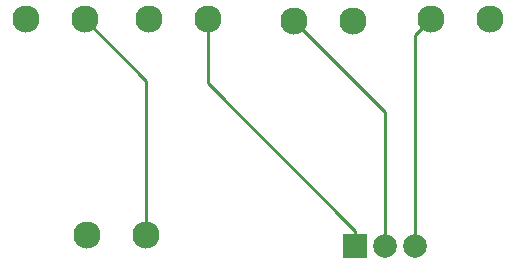
<source format=gbl>
G04 Layer: BottomLayer*
G04 EasyEDA v6.5.46, 2024-09-12 22:27:14*
G04 Gerber Generator version 0.2*
G04 Scale: 100 percent, Rotated: No, Reflected: No *
G04 Dimensions in millimeters *
G04 leading zeros omitted , absolute positions ,4 integer and 5 decimal *
%FSLAX45Y45*%
%MOMM*%

%ADD10C,0.2540*%
%ADD11C,2.3000*%
%ADD12R,2.0000X2.0000*%
%ADD13C,2.0000*%

%LPD*%
D10*
X3987802Y7620965D02*
G01*
X2739189Y8869578D01*
X2739189Y9410700D01*
X3987802Y7493000D02*
G01*
X3987802Y7620965D01*
X4241802Y7493000D02*
G01*
X4241802Y8627287D01*
X3471090Y9398000D01*
X1697789Y9410700D02*
G01*
X2218489Y8890000D01*
X2218489Y7581900D01*
X4495802Y7493000D02*
G01*
X4495802Y9279712D01*
X4626790Y9410700D01*
D11*
G01*
X1718500Y7581900D03*
G01*
X2218499Y7581900D03*
G01*
X3471100Y9398000D03*
G01*
X3971099Y9398000D03*
G01*
X4626800Y9410700D03*
G01*
X5126799Y9410700D03*
G01*
X1197800Y9410700D03*
G01*
X1697799Y9410700D03*
G01*
X2239200Y9410700D03*
G01*
X2739199Y9410700D03*
D12*
G01*
X3987800Y7493000D03*
D13*
G01*
X4241800Y7493000D03*
G01*
X4495800Y7493000D03*
M02*

</source>
